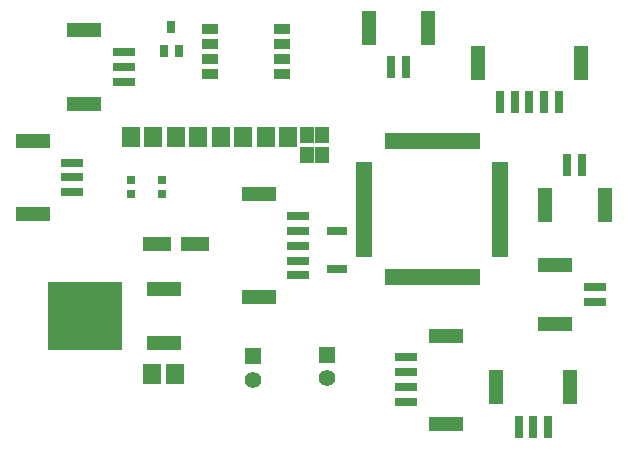
<source format=gbr>
G04 DipTrace 3.2.0.1*
G04 TopMask.gbr*
%MOIN*%
G04 #@! TF.FileFunction,Soldermask,Top*
G04 #@! TF.Part,Single*
%ADD52R,0.047244X0.055118*%
%ADD54R,0.25X0.226378*%
%ADD56R,0.116142X0.047244*%
%ADD58R,0.052874X0.037874*%
%ADD60R,0.019685X0.055118*%
%ADD62R,0.055118X0.019685*%
%ADD66R,0.066929X0.029528*%
%ADD68R,0.026772X0.030315*%
%ADD70R,0.074803X0.031496*%
%ADD72R,0.11811X0.047244*%
%ADD74C,0.055118*%
%ADD76R,0.055118X0.055118*%
%ADD78R,0.031496X0.074803*%
%ADD80R,0.047244X0.11811*%
%ADD82R,0.059055X0.066929*%
%ADD84R,0.027559X0.041339*%
%ADD86R,0.094488X0.047244*%
%FSLAX26Y26*%
G04*
G70*
G90*
G75*
G01*
G04 TopMask*
%LPD*%
D86*
X972577Y1111526D3*
X1098562D3*
D84*
X995556Y1754491D3*
X1046743D3*
X1021150Y1837168D3*
D82*
X1186168Y1470112D3*
X1260971D3*
X1036168D3*
X1110971D3*
X886168D3*
X960971D3*
X1336168D3*
X1410971D3*
X956921Y678723D3*
X1031724D3*
D80*
X2349332Y634285D3*
X2103269D3*
D78*
X2276497Y502395D3*
X2227285D3*
X2178072D3*
D76*
X1292794Y739349D3*
D74*
Y660609D3*
D76*
X1537966Y744169D3*
D74*
Y665429D3*
D80*
X1874878Y1833294D3*
X1678028D3*
D78*
X1802043Y1701404D3*
X1752831D3*
D80*
X2385346Y1717205D3*
X2042827D3*
D78*
X2263299Y1585315D3*
X2214087D3*
X2312512D3*
X2164874D3*
X2115661D3*
D72*
X1311793Y1277881D3*
Y935361D3*
D70*
X1443682Y1155833D3*
Y1106621D3*
Y1205046D3*
Y1057408D3*
Y1008196D3*
D72*
X730904Y1825122D3*
Y1579059D3*
D70*
X862794Y1752287D3*
Y1703075D3*
Y1653862D3*
D72*
X558398Y1457072D3*
Y1211009D3*
D70*
X690287Y1384238D3*
Y1335025D3*
Y1285812D3*
D72*
X1935261Y514217D3*
Y807524D3*
D70*
X1803371Y587051D3*
Y636264D3*
Y685476D3*
Y587051D3*
Y734689D3*
D72*
X2299795Y1041783D3*
Y844933D3*
D70*
X2431685Y968949D3*
Y919736D3*
D80*
X2267879Y1244272D3*
X2464730D3*
D78*
X2340714Y1376161D3*
X2389927D3*
D68*
X989140Y1326361D3*
X885991D3*
X989140Y1280692D3*
X885991D3*
D66*
X1574472Y1027867D3*
Y1155820D3*
D62*
X1663976Y1376009D3*
Y1356324D3*
Y1336639D3*
Y1316954D3*
Y1297269D3*
Y1277584D3*
Y1257899D3*
Y1238214D3*
Y1218529D3*
Y1198844D3*
Y1179159D3*
Y1159474D3*
Y1139789D3*
Y1120104D3*
Y1100419D3*
Y1080734D3*
D60*
X1742717Y1001993D3*
X1762402D3*
X1782087D3*
X1801772D3*
X1821457D3*
X1841142D3*
X1860827D3*
X1880512D3*
X1900197D3*
X1919882D3*
X1939567D3*
X1959252D3*
X1978937D3*
X1998622D3*
X2018307D3*
X2037992D3*
D62*
X2116732Y1080734D3*
Y1100419D3*
Y1120104D3*
Y1139789D3*
Y1159474D3*
Y1179159D3*
Y1198844D3*
Y1218529D3*
Y1238214D3*
Y1257899D3*
Y1277584D3*
Y1297269D3*
Y1316954D3*
Y1336639D3*
Y1356324D3*
Y1376009D3*
D60*
X2037992Y1454749D3*
X2018307D3*
X1998622D3*
X1978937D3*
X1959252D3*
X1939567D3*
X1919882D3*
X1900197D3*
X1880512D3*
X1860827D3*
X1841142D3*
X1821457D3*
X1801772D3*
X1782087D3*
X1762402D3*
X1742717D3*
D58*
X1390518Y1679413D3*
Y1729413D3*
Y1779413D3*
Y1829413D3*
X1150020D3*
Y1779413D3*
Y1729413D3*
Y1679413D3*
D56*
X995272Y783471D3*
Y962999D3*
D54*
X731492Y873235D3*
D52*
X1524066Y1476037D3*
X1472885D3*
X1524066Y1409108D3*
X1472885D3*
M02*

</source>
